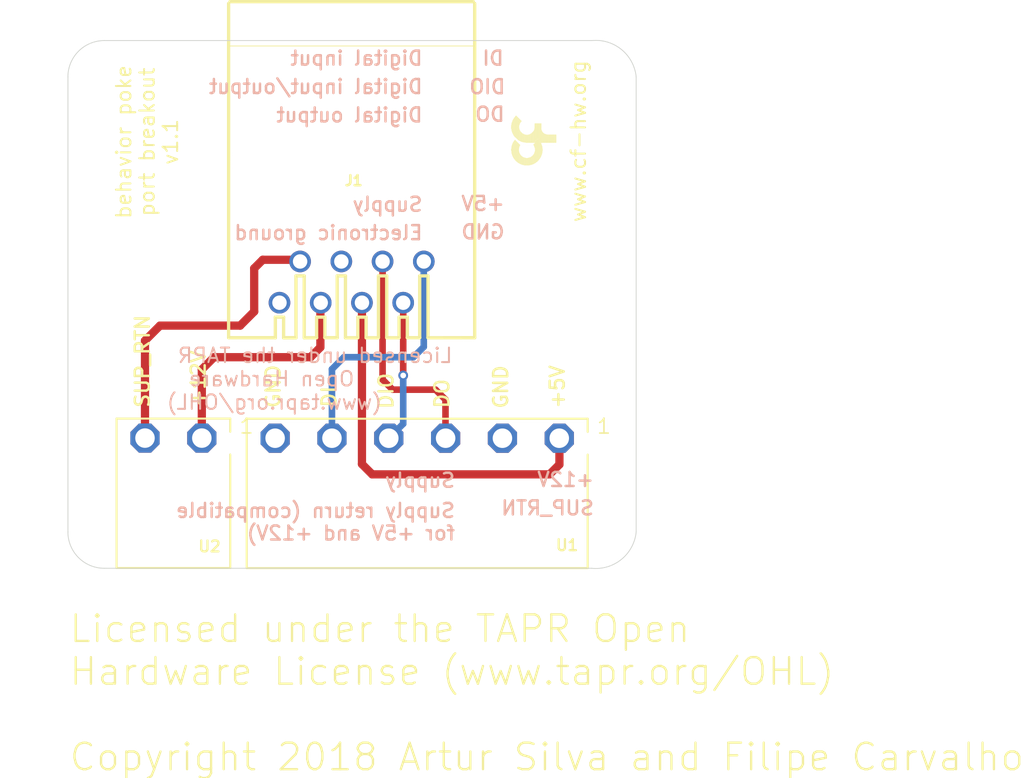
<source format=kicad_pcb>
(kicad_pcb (version 20211014) (generator pcbnew)
  (layers (0 "F.Cu" signal) (31 "B.Cu" signal) (34 "B.Paste" user) (35 "F.Paste" user) (36 "B.SilkS" user "B.Silkscreen") (37 "F.SilkS" user "F.Silkscreen") (38 "B.Mask" user) (39 "F.Mask" user) (44 "Edge.Cuts" user))
  (net 0 "")
  (net 1 "GND")
  (net 2 "+5V")
  (net 3 "+12V")
  (net 4 "DO")
  (net 5 "DIO")
  (net 6 "DI")
  (net 7 "SUP_RTN")
  (footprint "" (layer "F.Cu") (at 161.0011 102.753599)
    (fp_text reference "@HOLE0" hide)
    (fp_text value "" (at 0 0) (layer "F.SilkS") (effects (font (size 1.27 1.27))))
    (pad "" np_thru_hole circle (at 0 0) (size 3.2 3.2) (drill 3.2) (layers *.Cu *.Mask))
  )
  (footprint "harp behavior poke port breakout v1.1:LOGO_8" (layer "F.Cu") (at 159.2511 95.503599 90)
    (fp_text reference "U$2" hide)
    (fp_text value "" hide)
  )
  (footprint "" (layer "F.Cu") (at 136.0011 102.753599)
    (fp_text reference "@HOLE1" hide)
    (fp_text value "" (at 0 0) (layer "F.SilkS") (effects (font (size 1.27 1.27))))
    (pad "" np_thru_hole circle (at 0 0) (size 3.2 3.2) (drill 3.2) (layers *.Cu *.Mask))
  )
  (footprint "harp behavior poke port breakout v1.1:CON_3.5MM_1X2" (layer "F.Cu") (at 137.4986 113.236099 180)
    (fp_text reference "U2" (at -2.9925 -6.6735) (layer "F.SilkS") (effects (font (size 0.67564 0.67564) (thickness 0.13716)) (justify right)))
    (fp_text value "CON_3.5MM_1X2")
    (fp_text user "1" (at -4 0.201 180) (layer "F.SilkS") (effects (font (size 0.9144 0.9144) (thickness 0.1016)) (justify left bottom)))
    (pad "P1" thru_hole roundrect (at -1.75 0 270) (size 1.8 1.8) (drill 1.2) (layers *.Cu *.Mask) (chamfer_ratio 0.2928932188) (chamfer top_left top_right bottom_left bottom_right) (net 3 "+12V"))
    (pad "P2" thru_hole roundrect (at 1.75 0 270) (size 1.8 1.8) (drill 1.2) (layers *.Cu *.Mask) (chamfer_ratio 0.2928932188) (chamfer top_left top_right bottom_left bottom_right) (net 7 "SUP_RTN"))
  )
  (footprint "harp behavior poke port breakout v1.1:CON_3.5MM_1X6" (layer "F.Cu") (at 152.8236 115.783599 180)
    (fp_text reference "U1" (at -9.685 -4.0485) (layer "F.SilkS") (effects (font (size 0.67564 0.67564) (thickness 0.13716)) (justify right)))
    (fp_text value "CON_3.5MM_1X6")
    (fp_text user "1" (at -10.69 2.741 180) (layer "F.SilkS") (effects (font (size 0.9144 0.9144) (thickness 0.1016)) (justify left bottom)))
    (pad "P1" thru_hole roundrect (at -8.44 2.54 270) (size 1.8 1.8) (drill 1.2) (layers *.Cu *.Mask) (chamfer_ratio 0.2928932188) (chamfer top_left top_right bottom_left bottom_right) (net 2 "+5V"))
    (pad "P2" thru_hole roundrect (at -4.94 2.54 270) (size 1.8 1.8) (drill 1.2) (layers *.Cu *.Mask) (chamfer_ratio 0.2928932188) (chamfer top_left top_right bottom_left bottom_right) (net 1 "GND"))
    (pad "P3" thru_hole roundrect (at -1.44 2.54 270) (size 1.8 1.8) (drill 1.2) (layers *.Cu *.Mask) (chamfer_ratio 0.2928932188) (chamfer top_left top_right bottom_left bottom_right) (net 4 "DO"))
    (pad "P4" thru_hole roundrect (at 2.06 2.54 270) (size 1.8 1.8) (drill 1.2) (layers *.Cu *.Mask) (chamfer_ratio 0.2928932188) (chamfer top_left top_right bottom_left bottom_right) (net 5 "DIO"))
    (pad "P5" thru_hole roundrect (at 5.56 2.54 270) (size 1.8 1.8) (drill 1.2) (layers *.Cu *.Mask) (chamfer_ratio 0.2928932188) (chamfer top_left top_right bottom_left bottom_right) (net 6 "DI"))
    (pad "P6" thru_hole roundrect (at 9.06 2.54 270) (size 1.8 1.8) (drill 1.2) (layers *.Cu *.Mask) (chamfer_ratio 0.2928932188) (chamfer top_left top_right bottom_left bottom_right) (net 1 "GND"))
  )
  (footprint "harp behavior poke port breakout v1.1:520426-4" (layer "F.Cu") (at 148.4763 96.007499 180)
    (fp_text reference "J1" (at 0.5023 -1.3739) (layer "F.SilkS") (effects (font (size 0.616509 0.616509) (thickness 0.196291)) (justify left)))
    (fp_text value "Port 1")
    (pad "" np_thru_hole circle (at -5.715 0 180) (size 3.2512 3.2512) (drill 3.2512) (layers *.Cu *.Mask))
    (pad "" np_thru_hole circle (at 5.715 0 180) (size 3.2512 3.2512) (drill 3.2512) (layers *.Cu *.Mask))
    (pad "1" thru_hole circle (at -4.445 -6.35 180) (size 1.3335 1.3335) (drill 0.889) (layers *.Cu *.Mask) (net 6 "DI"))
    (pad "2" thru_hole circle (at -3.175 -8.89 180) (size 1.3335 1.3335) (drill 0.889) (layers *.Cu *.Mask) (net 5 "DIO"))
    (pad "3" thru_hole circle (at -1.905 -6.35 180) (size 1.3335 1.3335) (drill 0.889) (layers *.Cu *.Mask) (net 4 "DO"))
    (pad "4" thru_hole circle (at -0.635 -8.89 180) (size 1.3335 1.3335) (drill 0.889) (layers *.Cu *.Mask) (net 2 "+5V"))
    (pad "5" thru_hole circle (at 0.635 -6.35 180) (size 1.3335 1.3335) (drill 0.889) (layers *.Cu *.Mask) (net 1 "GND"))
    (pad "6" thru_hole circle (at 1.905 -8.89 180) (size 1.3335 1.3335) (drill 0.889) (layers *.Cu *.Mask) (net 3 "+12V"))
    (pad "7" thru_hole circle (at 3.175 -6.35 180) (size 1.3335 1.3335) (drill 0.889) (layers *.Cu *.Mask) (net 7 "SUP_RTN"))
    (pad "8" thru_hole circle (at 4.445 -8.89 180) (size 1.3335 1.3335) (drill 0.889) (layers *.Cu *.Mask))
  )
  (gr_arc (start 166.0011 119.017534) (mid 165.096171 120.702225) (end 163.265034 121.2536) (layer "Edge.Cuts") (width 0.05))
  (gr_arc (start 133.237163 121.253599) (mid 131.656027 120.59867) (end 131.0011 119.017534) (layer "Edge.Cuts") (width 0.05))
  (gr_line (start 133.237165 121.253599) (end 163.265034 121.253599) (layer "Edge.Cuts") (width 0.05))
  (gr_line (start 133.237165 88.753599) (end 163.265034 88.753599) (layer "Edge.Cuts") (width 0.05))
  (gr_arc (start 131.001099 90.989665) (mid 131.656028 89.408528) (end 133.237165 88.753599) (layer "Edge.Cuts") (width 0.05))
  (gr_arc (start 163.265034 88.753599) (mid 165.096171 89.304974) (end 166.0011 90.989665) (layer "Edge.Cuts") (width 0.05))
  (gr_line (start 131.0011 90.989665) (end 131.0011 119.017534) (layer "Edge.Cuts") (width 0.05))
  (gr_line (start 166.0011 90.989665) (end 166.0011 119.017534) (layer "Edge.Cuts") (width 0.05))
  (gr_text "+12V" (at 163.4811 116.298599) (layer "B.SilkS") (effects (font (size 0.8636 0.8636) (thickness 0.1524)) (justify left bottom mirror)))
  (gr_text "Supply return (compatible\nfor +5V and +12V)" (at 154.9236 119.596099) (layer "B.SilkS") (effects (font (size 0.8636 0.8636) (thickness 0.1524)) (justify left bottom mirror)))
  (gr_text "Supply" (at 152.9236 99.346099) (layer "B.SilkS") (effects (font (size 0.8636 0.8636) (thickness 0.1524)) (justify left bottom mirror)))
  (gr_text "Licensed under the TAPR \nOpen Hardware  \n(www.tapr.org/OHL)" (at 137.0185 107.624981) (layer "B.SilkS") (effects (font (size 0.89408 0.89408) (thickness 0.12192)) (justify right top mirror)))
  (gr_text "SUP_RTN" (at 163.4811 118.048599) (layer "B.SilkS") (effects (font (size 0.8636 0.8636) (thickness 0.1524)) (justify left bottom mirror)))
  (gr_text "DO" (at 157.9811 93.798599) (layer "B.SilkS") (effects (font (size 0.8636 0.8636) (thickness 0.1524)) (justify left bottom mirror)))
  (gr_text "GND" (at 157.9811 101.048599) (layer "B.SilkS") (effects (font (size 0.8636 0.8636) (thickness 0.1524)) (justify left bottom mirror)))
  (gr_text "Digital input" (at 152.9236 90.346099) (layer "B.SilkS") (effects (font (size 0.8636 0.8636) (thickness 0.1524)) (justify left bottom mirror)))
  (gr_text "Digital output" (at 152.9236 93.846099) (layer "B.SilkS") (effects (font (size 0.8636 0.8636) (thickness 0.1524)) (justify left bottom mirror)))
  (gr_text "Digital input/output" (at 152.9236 92.096099) (layer "B.SilkS") (effects (font (size 0.8636 0.8636) (thickness 0.1524)) (justify left bottom mirror)))
  (gr_text "Supply" (at 154.9236 116.346099) (layer "B.SilkS") (effects (font (size 0.8636 0.8636) (thickness 0.1524)) (justify left bottom mirror)))
  (gr_text "DIO" (at 158.0211 92.106099) (layer "B.SilkS") (effects (font (size 0.8636 0.8636) (thickness 0.1524)) (justify left bottom mirror)))
  (gr_text "+5V" (at 157.9811 99.298599) (layer "B.SilkS") (effects (font (size 0.8636 0.8636) (thickness 0.1524)) (justify left bottom mirror)))
  (gr_text "Electronic ground" (at 152.9236 101.096099) (layer "B.SilkS") (effects (font (size 0.8636 0.8636) (thickness 0.1524)) (justify left bottom mirror)))
  (gr_text "DI" (at 157.9236 90.346099) (layer "B.SilkS") (effects (font (size 0.8636 0.8636) (thickness 0.1524)) (justify left bottom mirror)))
  (gr_text "DO" (at 154.5461 111.483599 90) (layer "F.SilkS") (effects (font (size 0.8636 0.8636) (thickness 0.1524)) (justify left bottom)))
  (gr_text "GND" (at 158.1661 111.498599 90) (layer "F.SilkS") (effects (font (size 0.8636 0.8636) (thickness 0.1524)) (justify left bottom)))
  (gr_text "Licensed under the TAPR Open \nHardware License (www.tapr.org/OHL)\n\nCopyright 2018 Artur Silva and Filipe Carvalho" (at 131.0011 133.835999) (layer "F.SilkS") (effects (font (size 1.63576 1.63576) (thickness 0.14224)) (justify left bottom)))
  (gr_text "+5V" (at 161.6511 111.496099 90) (layer "F.SilkS") (effects (font (size 0.8636 0.8636) (thickness 0.1524)) (justify left bottom)))
  (gr_text "www.cf-hw.org" (at 162.9679 94.949199 90) (layer "F.SilkS") (effects (font (size 0.89408 0.89408) (thickness 0.12192)) (justify bottom)))
  (gr_text "GND" (at 144.1511 111.466099 90) (layer "F.SilkS") (effects (font (size 0.8636 0.8636) (thickness 0.1524)) (justify left bottom)))
  (gr_text "DIO" (at 151.1036 111.523599 90) (layer "F.SilkS") (effects (font (size 0.8636 0.8636) (thickness 0.1524)) (justify left bottom)))
  (gr_text "DI" (at 147.5936 111.426099 90) (layer "F.SilkS") (effects (font (size 0.8636 0.8636) (thickness 0.1524)) (justify left bottom)))
  (gr_text "+12V" (at 139.5386 111.401099 90) (layer "F.SilkS") (effects (font (size 0.8636 0.8636) (thickness 0.1524)) (justify left bottom)))
  (gr_text "SUP_RTN" (at 136.0961 111.441099 90) (layer "F.SilkS") (effects (font (size 0.8636 0.8636) (thickness 0.1524)) (justify left bottom)))
  (gr_text "behavior poke\nport breakout\nv1.1" (at 137.8443 94.997299 90) (layer "F.SilkS") (effects (font (size 0.89408 0.89408) (thickness 0.12192)) (justify bottom)))
  (segment (start 161.2736 113.253599) (end 161.2636 113.243599) (width 0.508) (layer "F.Cu") (net 2))
  (segment (start 149.1113 114.838799) (end 149.7411 115.468599) (width 0.508) (layer "F.Cu") (net 2))
  (segment (start 149.1113 104.897499) (end 149.1113 114.838799) (width 0.508) (layer "F.Cu") (net 2))
  (segment (start 161.2736 114.861099) (end 161.2736 113.253599) (width 0.508) (layer "F.Cu") (net 2))
  (segment (start 149.7411 115.468599) (end 160.6661 115.468599) (width 0.508) (layer "F.Cu") (net 2))
  (segment (start 160.6661 115.468599) (end 161.2736 114.861099) (width 0.508) (layer "F.Cu") (net 2))
  (segment (start 139.2486 109.006099) (end 140.0011 108.253599) (width 0.508) (layer "F.Cu") (net 3))
  (segment (start 139.2486 113.236099) (end 139.2486 109.006099) (width 0.508) (layer "F.Cu") (net 3))
  (segment (start 146.5511 107.643599) (end 146.5511 104.917699) (width 0.508) (layer "F.Cu") (net 3))
  (segment (start 145.9411 108.253599) (end 146.5511 107.643599) (width 0.508) (layer "F.Cu") (net 3))
  (segment (start 140.0011 108.253599) (end 145.9411 108.253599) (width 0.508) (layer "F.Cu") (net 3))
  (segment (start 146.5511 104.917699) (end 146.5713 104.897499) (width 0.6096) (layer "F.Cu") (net 3))
  (segment (start 150.3813 109.633799) (end 151.0011 110.253599) (width 0.4064) (layer "F.Cu") (net 4))
  (segment (start 154.2561 110.866099) (end 154.2561 113.236099) (width 0.4064) (layer "F.Cu") (net 4))
  (segment (start 151.0011 110.253599) (end 153.6436 110.253599) (width 0.4064) (layer "F.Cu") (net 4))
  (segment (start 150.3813 102.357499) (end 150.3813 109.633799) (width 0.4064) (layer "F.Cu") (net 4))
  (segment (start 154.2561 113.236099) (end 154.2636 113.243599) (width 0.4064) (layer "F.Cu") (net 4))
  (segment (start 153.6436 110.253599) (end 154.2561 110.866099) (width 0.4064) (layer "F.Cu") (net 4))
  (segment (start 151.6513 104.897499) (end 151.6513 109.378399) (width 0.4064) (layer "F.Cu") (net 5))
  (segment (start 151.6513 109.378399) (end 151.6486 109.381099) (width 0.4064) (layer "F.Cu") (net 5))
  (via (at 151.6513 109.378399) (size 0.6) (drill 0.35) (layers "F.Cu" "B.Cu") (net 5))
  (segment (start 151.6513 109.378399) (end 151.6513 112.355899) (width 0.4064) (layer "B.Cu") (net 5))
  (segment (start 151.6513 112.355899) (end 150.7636 113.243599) (width 0.4064) (layer "B.Cu") (net 5))
  (segment (start 152.2811 108.253599) (end 152.9186 107.616099) (width 0.4064) (layer "B.Cu") (net 6))
  (segment (start 147.2636 108.991099) (end 148.0011 108.253599) (width 0.4064) (layer "B.Cu") (net 6))
  (segment (start 148.0011 108.253599) (end 152.2811 108.253599) (width 0.4064) (layer "B.Cu") (net 6))
  (segment (start 152.9186 107.616099) (end 152.9186 102.360199) (width 0.4064) (layer "B.Cu") (net 6))
  (segment (start 152.9186 102.360199) (end 152.9213 102.357499) (width 0.4064) (layer "B.Cu") (net 6))
  (segment (start 147.2636 113.243599) (end 147.2636 108.991099) (width 0.4064) (layer "B.Cu") (net 6))
  (segment (start 143.0011 102.253599) (end 145.1974 102.253599) (width 0.508) (layer "F.Cu") (net 7))
  (segment (start 135.7486 113.236099) (end 135.7486 107.231099) (width 0.508) (layer "F.Cu") (net 7))
  (segment (start 145.1974 102.253599) (end 145.3013 102.357499) (width 0.508) (layer "F.Cu") (net 7))
  (segment (start 142.4736 105.443599) (end 142.4736 102.781099) (width 0.508) (layer "F.Cu") (net 7))
  (segment (start 136.6711 106.308599) (end 141.6086 106.308599) (width 0.508) (layer "F.Cu") (net 7))
  (segment (start 135.7486 107.231099) (end 136.6711 106.308599) (width 0.508) (layer "F.Cu") (net 7))
  (segment (start 142.4736 102.781099) (end 143.0011 102.253599) (width 0.508) (layer "F.Cu") (net 7))
  (segment (start 141.6086 106.308599) (end 142.4736 105.443599) (width 0.508) (layer "F.Cu") (net 7))
)
</source>
